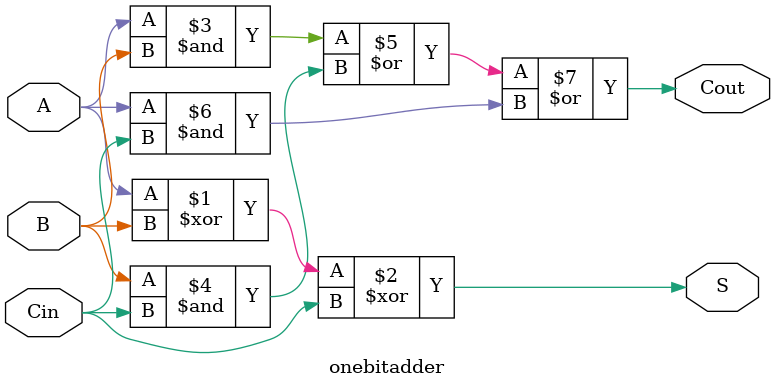
<source format=v>
module onebitadder(A, B, Cin, S, Cout);
   input A, B, Cin;
   output S, Cout;

   assign S = (A ^ B) ^ Cin;
   assign Cout = (A & B) | (B & Cin) | (A & Cin);
endmodule // adder1

</source>
